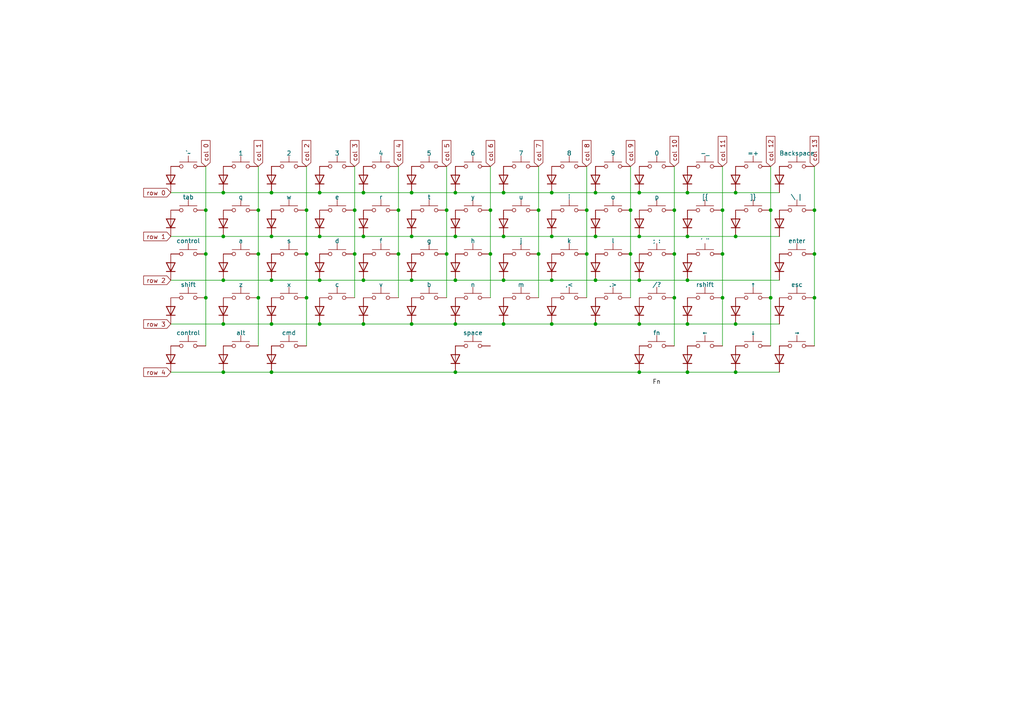
<source format=kicad_sch>
(kicad_sch (version 20230121) (generator eeschema)
  (paper "A4")
  (lib_symbols
    (symbol "Diode:1N914" (pin_numbers hide) (pin_names hide)
      (property "Reference" "D" (at 0 2.54 0))
      (property "Value" "1N914" (at 0 -2.54 0))
      (symbol "1N914_0_1"
        (polyline (pts (xy -1.27 1.27) (xy -1.27 -1.27)) (stroke (width 0.254)))
        (polyline (pts (xy 1.27 0) (xy -1.27 0)))
        (polyline (pts (xy 1.27 1.27) (xy 1.27 -1.27) (xy -1.27 0) (xy 1.27 1.27)) (stroke (width 0.254)))
      )
      (symbol "1N914_1_1"
        (pin passive line (at -3.81 0 0) (length 2.54) (name "K") (number "1"))
        (pin passive line (at 3.81 0 180) (length 2.54) (name "A") (number "2"))
      )
    )
    (symbol "Switch:SW_Push" (pin_numbers hide) (pin_names (offset 1.016) hide)
      (property "Reference" "SW" (at 1.27 2.54 0))
      (property "Value" "SW_Push" (at 0 -1.524 0))
      (symbol "SW_Push_0_1"
        (circle (center -2.032 0) (radius 0.508))
        (polyline (pts (xy 0 1.27) (xy 0 3.048)))
        (polyline (pts (xy 2.54 1.27) (xy -2.54 1.27)))
        (circle (center 2.032 0) (radius 0.508))
        (pin passive line (at -5.08 0 0) (length 2.54) (name "1") (number "1"))
        (pin passive line (at 5.08 0 180) (length 2.54) (name "2") (number "2"))
      )
    )
  )
  (junction (at 182.88 60.96))
  (junction (at 185.42 81.28))
  (junction (at 102.87 60.96))
  (junction (at 213.36 107.95))
  (junction (at 172.72 81.28))
  (junction (at 172.72 68.58))
  (junction (at 160.02 68.58))
  (junction (at 132.08 107.95))
  (junction (at 59.69 73.66))
  (junction (at 132.08 55.88))
  (junction (at 195.58 73.66))
  (junction (at 105.41 55.88))
  (junction (at 92.71 93.98))
  (junction (at 185.42 68.58))
  (junction (at 105.41 81.28))
  (junction (at 64.77 68.58))
  (junction (at 115.57 73.66))
  (junction (at 105.41 93.98))
  (junction (at 64.77 81.28))
  (junction (at 92.71 81.28))
  (junction (at 92.71 55.88))
  (junction (at 199.39 55.88))
  (junction (at 172.72 55.88))
  (junction (at 88.9 60.96))
  (junction (at 119.38 93.98))
  (junction (at 185.42 93.98))
  (junction (at 59.69 86.36))
  (junction (at 64.77 55.88))
  (junction (at 115.57 60.96))
  (junction (at 170.18 60.96))
  (junction (at 142.24 60.96))
  (junction (at 78.74 55.88))
  (junction (at 199.39 93.98))
  (junction (at 59.69 60.96))
  (junction (at 213.36 68.58))
  (junction (at 199.39 81.28))
  (junction (at 74.93 86.36))
  (junction (at 195.58 60.96))
  (junction (at 160.02 81.28))
  (junction (at 209.55 73.66))
  (junction (at 146.05 81.28))
  (junction (at 142.24 73.66))
  (junction (at 236.22 60.96))
  (junction (at 64.77 107.95))
  (junction (at 160.02 93.98))
  (junction (at 236.22 86.36))
  (junction (at 129.54 60.96))
  (junction (at 102.87 73.66))
  (junction (at 146.05 93.98))
  (junction (at 199.39 107.95))
  (junction (at 78.74 93.98))
  (junction (at 223.52 86.36))
  (junction (at 182.88 73.66))
  (junction (at 64.77 93.98))
  (junction (at 213.36 93.98))
  (junction (at 132.08 93.98))
  (junction (at 146.05 55.88))
  (junction (at 78.74 81.28))
  (junction (at 146.05 68.58))
  (junction (at 119.38 55.88))
  (junction (at 74.93 73.66))
  (junction (at 213.36 55.88))
  (junction (at 119.38 81.28))
  (junction (at 209.55 60.96))
  (junction (at 223.52 60.96))
  (junction (at 88.9 73.66))
  (junction (at 160.02 55.88))
  (junction (at 129.54 73.66))
  (junction (at 88.9 86.36))
  (junction (at 199.39 68.58))
  (junction (at 195.58 86.36))
  (junction (at 105.41 68.58))
  (junction (at 132.08 81.28))
  (junction (at 185.42 107.95))
  (junction (at 132.08 68.58))
  (junction (at 156.21 60.96))
  (junction (at 78.74 107.95))
  (junction (at 78.74 68.58))
  (junction (at 172.72 93.98))
  (junction (at 74.93 60.96))
  (junction (at 209.55 86.36))
  (junction (at 119.38 68.58))
  (junction (at 185.42 55.88))
  (junction (at 156.21 73.66))
  (junction (at 170.18 73.66))
  (junction (at 92.71 68.58))
  (junction (at 236.22 73.66))
  (wire (pts (xy 199.39 68.58) (xy 185.42 68.58)))
  (wire (pts (xy 156.21 73.66) (xy 156.21 86.36)))
  (wire (pts (xy 49.53 93.98) (xy 64.77 93.98)))
  (wire (pts (xy 59.69 60.96) (xy 59.69 73.66)))
  (wire (pts (xy 182.88 73.66) (xy 182.88 86.36)))
  (wire (pts (xy 185.42 93.98) (xy 199.39 93.98)))
  (wire (pts (xy 78.74 107.95) (xy 132.08 107.95)))
  (wire (pts (xy 88.9 60.96) (xy 88.9 48.26)))
  (wire (pts (xy 213.36 68.58) (xy 199.39 68.58)))
  (wire (pts (xy 223.52 86.36) (xy 223.52 100.33)))
  (wire (pts (xy 156.21 60.96) (xy 156.21 48.26)))
  (wire (pts (xy 236.22 60.96) (xy 236.22 48.26)))
  (wire (pts (xy 236.22 73.66) (xy 236.22 86.36)))
  (wire (pts (xy 209.55 73.66) (xy 209.55 86.36)))
  (wire (pts (xy 115.57 73.66) (xy 115.57 86.36)))
  (wire (pts (xy 146.05 81.28) (xy 132.08 81.28)))
  (wire (pts (xy 59.69 48.26) (xy 59.69 60.96)))
  (wire (pts (xy 74.93 48.26) (xy 74.93 60.96)))
  (wire (pts (xy 64.77 107.95) (xy 78.74 107.95)))
  (wire (pts (xy 213.36 107.95) (xy 199.39 107.95)))
  (wire (pts (xy 74.93 100.33) (xy 74.93 86.36)))
  (wire (pts (xy 209.55 60.96) (xy 209.55 48.26)))
  (wire (pts (xy 223.52 86.36) (xy 223.52 60.96)))
  (wire (pts (xy 78.74 81.28) (xy 64.77 81.28)))
  (wire (pts (xy 172.72 55.88) (xy 160.02 55.88)))
  (wire (pts (xy 92.71 93.98) (xy 78.74 93.98)))
  (wire (pts (xy 185.42 81.28) (xy 172.72 81.28)))
  (wire (pts (xy 195.58 86.36) (xy 195.58 100.33)))
  (wire (pts (xy 78.74 55.88) (xy 64.77 55.88)))
  (wire (pts (xy 182.88 60.96) (xy 182.88 48.26)))
  (wire (pts (xy 160.02 68.58) (xy 146.05 68.58)))
  (wire (pts (xy 199.39 107.95) (xy 185.42 107.95)))
  (wire (pts (xy 142.24 73.66) (xy 142.24 60.96)))
  (wire (pts (xy 170.18 73.66) (xy 170.18 60.96)))
  (wire (pts (xy 74.93 73.66) (xy 74.93 60.96)))
  (wire (pts (xy 195.58 73.66) (xy 195.58 60.96)))
  (wire (pts (xy 115.57 60.96) (xy 115.57 48.26)))
  (wire (pts (xy 129.54 73.66) (xy 129.54 60.96)))
  (wire (pts (xy 185.42 55.88) (xy 172.72 55.88)))
  (wire (pts (xy 236.22 73.66) (xy 236.22 60.96)))
  (wire (pts (xy 236.22 100.33) (xy 236.22 86.36)))
  (wire (pts (xy 226.06 55.88) (xy 213.36 55.88)))
  (wire (pts (xy 49.53 107.95) (xy 64.77 107.95)))
  (wire (pts (xy 102.87 73.66) (xy 102.87 86.36)))
  (wire (pts (xy 102.87 73.66) (xy 102.87 60.96)))
  (wire (pts (xy 105.41 81.28) (xy 92.71 81.28)))
  (wire (pts (xy 132.08 68.58) (xy 119.38 68.58)))
  (wire (pts (xy 92.71 68.58) (xy 78.74 68.58)))
  (wire (pts (xy 129.54 73.66) (xy 129.54 86.36)))
  (wire (pts (xy 182.88 73.66) (xy 182.88 60.96)))
  (wire (pts (xy 92.71 55.88) (xy 78.74 55.88)))
  (wire (pts (xy 88.9 73.66) (xy 88.9 60.96)))
  (wire (pts (xy 226.06 107.95) (xy 213.36 107.95)))
  (wire (pts (xy 49.53 68.58) (xy 64.77 68.58)))
  (wire (pts (xy 92.71 81.28) (xy 78.74 81.28)))
  (wire (pts (xy 209.55 73.66) (xy 209.55 60.96)))
  (wire (pts (xy 172.72 93.98) (xy 160.02 93.98)))
  (wire (pts (xy 199.39 93.98) (xy 213.36 93.98)))
  (wire (pts (xy 132.08 55.88) (xy 119.38 55.88)))
  (wire (pts (xy 146.05 93.98) (xy 132.08 93.98)))
  (wire (pts (xy 105.41 55.88) (xy 92.71 55.88)))
  (wire (pts (xy 146.05 68.58) (xy 132.08 68.58)))
  (wire (pts (xy 146.05 55.88) (xy 132.08 55.88)))
  (wire (pts (xy 199.39 55.88) (xy 185.42 55.88)))
  (wire (pts (xy 49.53 55.88) (xy 64.77 55.88)))
  (wire (pts (xy 156.21 73.66) (xy 156.21 60.96)))
  (wire (pts (xy 213.36 55.88) (xy 199.39 55.88)))
  (wire (pts (xy 160.02 93.98) (xy 146.05 93.98)))
  (wire (pts (xy 115.57 73.66) (xy 115.57 60.96)))
  (wire (pts (xy 226.06 68.58) (xy 213.36 68.58)))
  (wire (pts (xy 132.08 107.95) (xy 185.42 107.95)))
  (wire (pts (xy 78.74 68.58) (xy 64.77 68.58)))
  (wire (pts (xy 160.02 55.88) (xy 146.05 55.88)))
  (wire (pts (xy 213.36 93.98) (xy 226.06 93.98)))
  (wire (pts (xy 195.58 60.96) (xy 195.58 48.26)))
  (wire (pts (xy 185.42 68.58) (xy 172.72 68.58)))
  (wire (pts (xy 49.53 81.28) (xy 64.77 81.28)))
  (wire (pts (xy 209.55 100.33) (xy 209.55 86.36)))
  (wire (pts (xy 88.9 73.66) (xy 88.9 86.36)))
  (wire (pts (xy 129.54 60.96) (xy 129.54 48.26)))
  (wire (pts (xy 59.69 73.66) (xy 59.69 86.36)))
  (wire (pts (xy 172.72 93.98) (xy 185.42 93.98)))
  (wire (pts (xy 102.87 60.96) (xy 102.87 48.26)))
  (wire (pts (xy 119.38 68.58) (xy 105.41 68.58)))
  (wire (pts (xy 199.39 81.28) (xy 226.06 81.28)))
  (wire (pts (xy 132.08 93.98) (xy 119.38 93.98)))
  (wire (pts (xy 74.93 73.66) (xy 74.93 86.36)))
  (wire (pts (xy 170.18 73.66) (xy 170.18 86.36)))
  (wire (pts (xy 59.69 86.36) (xy 59.69 100.33)))
  (wire (pts (xy 78.74 93.98) (xy 64.77 93.98)))
  (wire (pts (xy 119.38 55.88) (xy 105.41 55.88)))
  (wire (pts (xy 105.41 68.58) (xy 92.71 68.58)))
  (wire (pts (xy 172.72 81.28) (xy 160.02 81.28)))
  (wire (pts (xy 142.24 73.66) (xy 142.24 86.36)))
  (wire (pts (xy 160.02 81.28) (xy 146.05 81.28)))
  (wire (pts (xy 119.38 81.28) (xy 105.41 81.28)))
  (wire (pts (xy 105.41 93.98) (xy 92.71 93.98)))
  (wire (pts (xy 172.72 68.58) (xy 160.02 68.58)))
  (wire (pts (xy 170.18 60.96) (xy 170.18 48.26)))
  (wire (pts (xy 119.38 93.98) (xy 105.41 93.98)))
  (wire (pts (xy 88.9 100.33) (xy 88.9 86.36)))
  (wire (pts (xy 185.42 81.28) (xy 199.39 81.28)))
  (wire (pts (xy 195.58 73.66) (xy 195.58 86.36)))
  (wire (pts (xy 132.08 81.28) (xy 119.38 81.28)))
  (wire (pts (xy 142.24 60.96) (xy 142.24 48.26)))
  (wire (pts (xy 223.52 60.96) (xy 223.52 48.26)))
  (label "Fn" (at 189.23 111.76 0))
  (global_label "row 4" (shape input) (at 49.53 107.95 180) (property "Intersheetrefs" "${INTERSHEET_REFS}" (effects hide)))
  (global_label "col 7" (shape input) (at 156.21 48.26 90) (property "Intersheetrefs" "${INTERSHEET_REFS}" (effects hide)))
  (global_label "col 3" (shape input) (at 102.87 48.26 90) (property "Intersheetrefs" "${INTERSHEET_REFS}" (effects hide)))
  (global_label "row 0" (shape input) (at 49.53 55.88 180) (property "Intersheetrefs" "${INTERSHEET_REFS}" (effects hide)))
  (global_label "col 6" (shape input) (at 142.24 48.26 90) (property "Intersheetrefs" "${INTERSHEET_REFS}" (effects hide)))
  (global_label "col 10" (shape input) (at 195.58 48.26 90) (property "Intersheetrefs" "${INTERSHEET_REFS}" (effects hide)))
  (global_label "col 11" (shape input) (at 209.55 48.26 90) (property "Intersheetrefs" "${INTERSHEET_REFS}" (effects hide)))
  (global_label "col 12" (shape input) (at 223.52 48.26 90) (property "Intersheetrefs" "${INTERSHEET_REFS}" (effects hide)))
  (global_label "row 2" (shape input) (at 49.53 81.28 180) (property "Intersheetrefs" "${INTERSHEET_REFS}" (effects hide)))
  (global_label "col 8" (shape input) (at 170.18 48.26 90) (property "Intersheetrefs" "${INTERSHEET_REFS}" (effects hide)))
  (global_label "row 3" (shape input) (at 49.53 93.98 180) (property "Intersheetrefs" "${INTERSHEET_REFS}" (effects hide)))
  (global_label "col 4" (shape input) (at 115.57 48.26 90) (property "Intersheetrefs" "${INTERSHEET_REFS}" (effects hide)))
  (global_label "col 5" (shape input) (at 129.54 48.26 90) (property "Intersheetrefs" "${INTERSHEET_REFS}" (effects hide)))
  (global_label "col 1" (shape input) (at 74.93 48.26 90) (property "Intersheetrefs" "${INTERSHEET_REFS}" (effects hide)))
  (global_label "row 1" (shape input) (at 49.53 68.58 180) (property "Intersheetrefs" "${INTERSHEET_REFS}" (effects hide)))
  (global_label "col 13" (shape input) (at 236.22 48.26 90) (property "Intersheetrefs" "${INTERSHEET_REFS}" (effects hide)))
  (global_label "col 2" (shape input) (at 88.9 48.26 90) (property "Intersheetrefs" "${INTERSHEET_REFS}" (effects hide)))
  (global_label "col 9" (shape input) (at 182.88 48.26 90) (property "Intersheetrefs" "${INTERSHEET_REFS}" (effects hide)))
  (global_label "col 0" (shape input) (at 59.69 48.26 90) (property "Intersheetrefs" "${INTERSHEET_REFS}" (effects hide)))
  (symbol (lib_id "Diode:1N914") (at 213.36 104.14 90) (unit 1)
    (property "Reference" "D70" (effects hide))
    (property "Value" "1N914" (effects hide))
    (property "Footprint" "Diode_THT:D_DO-35_SOD27_P7.62mm_Horizontal" (effects hide))
    (property "Datasheet" "http://www.vishay.com/docs/85622/1n914.pdf" (effects hide))
    (property "Sim.Device" "D" (effects hide))
    (property "Sim.Pins" "1=K 2=A" (effects hide))
  )
  (symbol (lib_id "Diode:1N914") (at 160.02 90.17 90) (unit 1)
    (property "Reference" "D52" (effects hide))
    (property "Value" "1N914" (effects hide))
    (property "Footprint" "Diode_THT:D_DO-35_SOD27_P7.62mm_Horizontal" (effects hide))
    (property "Datasheet" "http://www.vishay.com/docs/85622/1n914.pdf" (effects hide))
    (property "Sim.Device" "D" (effects hide))
    (property "Sim.Pins" "1=K 2=A" (effects hide))
  )
  (symbol (lib_id "Diode:1N914") (at 78.74 104.14 90) (unit 1)
    (property "Reference" "D60" (effects hide))
    (property "Value" "1N914" (effects hide))
    (property "Footprint" "Diode_THT:D_DO-35_SOD27_P7.62mm_Horizontal" (effects hide))
    (property "Datasheet" "http://www.vishay.com/docs/85622/1n914.pdf" (effects hide))
    (property "Sim.Device" "D" (effects hide))
    (property "Sim.Pins" "1=K 2=A" (effects hide))
  )
  (symbol (lib_id "Diode:1N914") (at 146.05 64.77 90) (unit 1)
    (property "Reference" "D23" (effects hide))
    (property "Value" "1N914" (effects hide))
    (property "Footprint" "Diode_THT:D_DO-35_SOD27_P7.62mm_Horizontal" (effects hide))
    (property "Datasheet" "http://www.vishay.com/docs/85622/1n914.pdf" (effects hide))
    (property "Sim.Device" "D" (effects hide))
    (property "Sim.Pins" "1=K 2=A" (effects hide))
  )
  (symbol (lib_id "Diode:1N914") (at 105.41 90.17 90) (unit 1)
    (property "Reference" "D48" (effects hide))
    (property "Value" "1N914" (effects hide))
    (property "Footprint" "Diode_THT:D_DO-35_SOD27_P7.62mm_Horizontal" (effects hide))
    (property "Datasheet" "http://www.vishay.com/docs/85622/1n914.pdf" (effects hide))
    (property "Sim.Device" "D" (effects hide))
    (property "Sim.Pins" "1=K 2=A" (effects hide))
  )
  (symbol (lib_id "Switch:SW_Push") (at 54.61 73.66 0) (unit 1)
    (property "Reference" "SW29" (effects hide))
    (property "Value" "control" (at 54.61 69.85 0))
  )
  (symbol (lib_id "Diode:1N914") (at 64.77 52.07 90) (unit 1)
    (property "Reference" "D3" (effects hide))
    (property "Value" "1N914" (effects hide))
    (property "Footprint" "Diode_THT:D_DO-35_SOD27_P7.62mm_Horizontal" (effects hide))
    (property "Datasheet" "http://www.vishay.com/docs/85622/1n914.pdf" (effects hide))
    (property "Sim.Device" "D" (effects hide))
    (property "Sim.Pins" "1=K 2=A" (effects hide))
  )
  (symbol (lib_id "Switch:SW_Push") (at 165.1 73.66 0) (unit 1)
    (property "Reference" "SW37" (effects hide))
    (property "Value" "k" (at 165.1 69.85 0))
  )
  (symbol (lib_id "Switch:SW_Push") (at 97.79 73.66 0) (unit 1)
    (property "Reference" "SW32" (effects hide))
    (property "Value" "d" (at 97.79 69.85 0))
  )
  (symbol (lib_id "Switch:SW_Push") (at 69.85 86.36 0) (unit 1)
    (property "Reference" "SW44" (effects hide))
    (property "Value" "z" (at 69.85 82.55 0))
  )
  (symbol (lib_id "Switch:SW_Push") (at 69.85 100.33 0) (unit 1)
    (property "Reference" "SW58" (effects hide))
    (property "Value" "alt" (at 69.85 96.52 0))
  )
  (symbol (lib_id "Diode:1N914") (at 78.74 52.07 90) (unit 1)
    (property "Reference" "D4" (effects hide))
    (property "Value" "1N914" (effects hide))
    (property "Footprint" "Diode_THT:D_DO-35_SOD27_P7.62mm_Horizontal" (effects hide))
    (property "Datasheet" "http://www.vishay.com/docs/85622/1n914.pdf" (effects hide))
    (property "Sim.Device" "D" (effects hide))
    (property "Sim.Pins" "1=K 2=A" (effects hide))
  )
  (symbol (lib_id "Switch:SW_Push") (at 190.5 48.26 0) (unit 1)
    (property "Reference" "SW11" (effects hide))
    (property "Value" "0" (at 190.5 44.45 0))
  )
  (symbol (lib_id "Diode:1N914") (at 105.41 64.77 90) (unit 1)
    (property "Reference" "D20" (effects hide))
    (property "Value" "1N914" (effects hide))
    (property "Footprint" "Diode_THT:D_DO-35_SOD27_P7.62mm_Horizontal" (effects hide))
    (property "Datasheet" "http://www.vishay.com/docs/85622/1n914.pdf" (effects hide))
    (property "Sim.Device" "D" (effects hide))
    (property "Sim.Pins" "1=K 2=A" (effects hide))
  )
  (symbol (lib_id "Diode:1N914") (at 92.71 90.17 90) (unit 1)
    (property "Reference" "D47" (effects hide))
    (property "Value" "1N914" (effects hide))
    (property "Footprint" "Diode_THT:D_DO-35_SOD27_P7.62mm_Horizontal" (effects hide))
    (property "Datasheet" "http://www.vishay.com/docs/85622/1n914.pdf" (effects hide))
    (property "Sim.Device" "D" (effects hide))
    (property "Sim.Pins" "1=K 2=A" (effects hide))
  )
  (symbol (lib_id "Diode:1N914") (at 64.77 90.17 90) (unit 1)
    (property "Reference" "D45" (effects hide))
    (property "Value" "1N914" (effects hide))
    (property "Footprint" "Diode_THT:D_DO-35_SOD27_P7.62mm_Horizontal" (effects hide))
    (property "Datasheet" "http://www.vishay.com/docs/85622/1n914.pdf" (effects hide))
    (property "Sim.Device" "D" (effects hide))
    (property "Sim.Pins" "1=K 2=A" (effects hide))
  )
  (symbol (lib_id "Switch:SW_Push") (at 97.79 48.26 0) (unit 1)
    (property "Reference" "SW4" (effects hide))
    (property "Value" "3" (at 97.79 44.45 0))
  )
  (symbol (lib_id "Switch:SW_Push") (at 190.5 86.36 0) (unit 1)
    (property "Reference" "SW53" (effects hide))
    (property "Value" "/?" (at 190.5 82.55 0))
  )
  (symbol (lib_id "Switch:SW_Push") (at 124.46 73.66 0) (unit 1)
    (property "Reference" "SW34" (effects hide))
    (property "Value" "g" (at 124.46 69.85 0))
  )
  (symbol (lib_id "Switch:SW_Push") (at 165.1 86.36 0) (unit 1)
    (property "Reference" "SW51" (effects hide))
    (property "Value" ",<" (at 165.1 82.55 0))
  )
  (symbol (lib_id "Switch:SW_Push") (at 151.13 73.66 0) (unit 1)
    (property "Reference" "SW36" (effects hide))
    (property "Value" "j" (at 151.13 69.85 0))
  )
  (symbol (lib_id "Switch:SW_Push") (at 110.49 86.36 0) (unit 1)
    (property "Reference" "SW47" (effects hide))
    (property "Value" "v" (at 110.49 82.55 0))
  )
  (symbol (lib_id "Diode:1N914") (at 49.53 64.77 90) (unit 1)
    (property "Reference" "D16" (effects hide))
    (property "Value" "1N914" (effects hide))
    (property "Footprint" "Diode_THT:D_DO-35_SOD27_P7.62mm_Horizontal" (effects hide))
    (property "Datasheet" "http://www.vishay.com/docs/85622/1n914.pdf" (effects hide))
    (property "Sim.Device" "D" (effects hide))
    (property "Sim.Pins" "1=K 2=A" (effects hide))
  )
  (symbol (lib_id "Switch:SW_Push") (at 204.47 60.96 0) (unit 1)
    (property "Reference" "SW26" (effects hide))
    (property "Value" "[{" (at 204.47 57.15 0))
  )
  (symbol (lib_id "Switch:SW_Push") (at 69.85 73.66 0) (unit 1)
    (property "Reference" "SW30" (effects hide))
    (property "Value" "a" (at 69.85 69.85 0))
  )
  (symbol (lib_id "Diode:1N914") (at 49.53 52.07 90) (unit 1)
    (property "Reference" "D2" (effects hide))
    (property "Value" "1N914" (effects hide))
    (property "Footprint" "Diode_THT:D_DO-35_SOD27_P7.62mm_Horizontal" (effects hide))
    (property "Datasheet" "http://www.vishay.com/docs/85622/1n914.pdf" (effects hide))
    (property "Sim.Device" "D" (effects hide))
    (property "Sim.Pins" "1=K 2=A" (effects hide))
  )
  (symbol (lib_id "Switch:SW_Push") (at 124.46 60.96 0) (unit 1)
    (property "Reference" "SW20" (effects hide))
    (property "Value" "t" (at 124.46 57.15 0))
  )
  (symbol (lib_id "Switch:SW_Push") (at 151.13 86.36 0) (unit 1)
    (property "Reference" "SW50" (effects hide))
    (property "Value" "m" (at 151.13 82.55 0))
  )
  (symbol (lib_id "Diode:1N914") (at 160.02 64.77 90) (unit 1)
    (property "Reference" "D24" (effects hide))
    (property "Value" "1N914" (effects hide))
    (property "Footprint" "Diode_THT:D_DO-35_SOD27_P7.62mm_Horizontal" (effects hide))
    (property "Datasheet" "http://www.vishay.com/docs/85622/1n914.pdf" (effects hide))
    (property "Sim.Device" "D" (effects hide))
    (property "Sim.Pins" "1=K 2=A" (effects hide))
  )
  (symbol (lib_id "Diode:1N914") (at 199.39 77.47 90) (unit 1)
    (property "Reference" "D42" (effects hide))
    (property "Value" "1N914" (effects hide))
    (property "Footprint" "Diode_THT:D_DO-35_SOD27_P7.62mm_Horizontal" (effects hide))
    (property "Datasheet" "http://www.vishay.com/docs/85622/1n914.pdf" (effects hide))
    (property "Sim.Device" "D" (effects hide))
    (property "Sim.Pins" "1=K 2=A" (effects hide))
  )
  (symbol (lib_id "Diode:1N914") (at 49.53 104.14 90) (unit 1)
    (property "Reference" "D58" (effects hide))
    (property "Value" "1N914" (effects hide))
    (property "Footprint" "Diode_THT:D_DO-35_SOD27_P7.62mm_Horizontal" (effects hide))
    (property "Datasheet" "http://www.vishay.com/docs/85622/1n914.pdf" (effects hide))
    (property "Sim.Device" "D" (effects hide))
    (property "Sim.Pins" "1=K 2=A" (effects hide))
  )
  (symbol (lib_id "Switch:SW_Push") (at 177.8 86.36 0) (unit 1)
    (property "Reference" "SW52" (effects hide))
    (property "Value" ".>" (at 177.8 82.55 0))
  )
  (symbol (lib_id "Diode:1N914") (at 213.36 52.07 90) (unit 1)
    (property "Reference" "D14" (effects hide))
    (property "Value" "1N914" (effects hide))
    (property "Footprint" "Diode_THT:D_DO-35_SOD27_P7.62mm_Horizontal" (effects hide))
    (property "Datasheet" "http://www.vishay.com/docs/85622/1n914.pdf" (effects hide))
    (property "Sim.Device" "D" (effects hide))
    (property "Sim.Pins" "1=K 2=A" (effects hide))
  )
  (symbol (lib_id "Diode:1N914") (at 226.06 52.07 90) (unit 1)
    (property "Reference" "D15" (effects hide))
    (property "Value" "1N914" (effects hide))
    (property "Footprint" "Diode_THT:D_DO-35_SOD27_P7.62mm_Horizontal" (effects hide))
    (property "Datasheet" "http://www.vishay.com/docs/85622/1n914.pdf" (effects hide))
    (property "Sim.Device" "D" (effects hide))
    (property "Sim.Pins" "1=K 2=A" (effects hide))
  )
  (symbol (lib_id "Switch:SW_Push") (at 231.14 86.36 0) (unit 1)
    (property "Reference" "SW40" (effects hide))
    (property "Value" "esc" (at 231.14 82.55 0))
  )
  (symbol (lib_id "Diode:1N914") (at 226.06 77.47 90) (unit 1)
    (property "Reference" "D43" (effects hide))
    (property "Value" "1N914" (effects hide))
    (property "Footprint" "Diode_THT:D_DO-35_SOD27_P7.62mm_Horizontal" (effects hide))
    (property "Datasheet" "http://www.vishay.com/docs/85622/1n914.pdf" (effects hide))
    (property "Sim.Device" "D" (effects hide))
    (property "Sim.Pins" "1=K 2=A" (effects hide))
  )
  (symbol (lib_id "Diode:1N914") (at 132.08 64.77 90) (unit 1)
    (property "Reference" "D22" (effects hide))
    (property "Value" "1N914" (effects hide))
    (property "Footprint" "Diode_THT:D_DO-35_SOD27_P7.62mm_Horizontal" (effects hide))
    (property "Datasheet" "http://www.vishay.com/docs/85622/1n914.pdf" (effects hide))
    (property "Sim.Device" "D" (effects hide))
    (property "Sim.Pins" "1=K 2=A" (effects hide))
  )
  (symbol (lib_id "Switch:SW_Push") (at 110.49 60.96 0) (unit 1)
    (property "Reference" "SW19" (effects hide))
    (property "Value" "r" (at 110.49 57.15 0))
  )
  (symbol (lib_id "Diode:1N914") (at 49.53 77.47 90) (unit 1)
    (property "Reference" "D30" (effects hide))
    (property "Value" "1N914" (effects hide))
    (property "Footprint" "Diode_THT:D_DO-35_SOD27_P7.62mm_Horizontal" (effects hide))
    (property "Datasheet" "http://www.vishay.com/docs/85622/1n914.pdf" (effects hide))
    (property "Sim.Device" "D" (effects hide))
    (property "Sim.Pins" "1=K 2=A" (effects hide))
  )
  (symbol (lib_id "Switch:SW_Push") (at 231.14 100.33 0) (unit 1)
    (property "Reference" "SW70" (effects hide))
    (property "Value" "→" (at 231.14 96.52 0))
  )
  (symbol (lib_id "Diode:1N914") (at 64.77 64.77 90) (unit 1)
    (property "Reference" "D17" (effects hide))
    (property "Value" "1N914" (effects hide))
    (property "Footprint" "Diode_THT:D_DO-35_SOD27_P7.62mm_Horizontal" (effects hide))
    (property "Datasheet" "http://www.vishay.com/docs/85622/1n914.pdf" (effects hide))
    (property "Sim.Device" "D" (effects hide))
    (property "Sim.Pins" "1=K 2=A" (effects hide))
  )
  (symbol (lib_id "Diode:1N914") (at 78.74 77.47 90) (unit 1)
    (property "Reference" "D32" (effects hide))
    (property "Value" "1N914" (effects hide))
    (property "Footprint" "Diode_THT:D_DO-35_SOD27_P7.62mm_Horizontal" (effects hide))
    (property "Datasheet" "http://www.vishay.com/docs/85622/1n914.pdf" (effects hide))
    (property "Sim.Device" "D" (effects hide))
    (property "Sim.Pins" "1=K 2=A" (effects hide))
  )
  (symbol (lib_id "Switch:SW_Push") (at 97.79 86.36 0) (unit 1)
    (property "Reference" "SW46" (effects hide))
    (property "Value" "c" (at 97.79 82.55 0))
  )
  (symbol (lib_id "Switch:SW_Push") (at 177.8 60.96 0) (unit 1)
    (property "Reference" "SW24" (effects hide))
    (property "Value" "o" (at 177.8 57.15 0))
  )
  (symbol (lib_id "Diode:1N914") (at 105.41 77.47 90) (unit 1)
    (property "Reference" "D34" (effects hide))
    (property "Value" "1N914" (effects hide))
    (property "Footprint" "Diode_THT:D_DO-35_SOD27_P7.62mm_Horizontal" (effects hide))
    (property "Datasheet" "http://www.vishay.com/docs/85622/1n914.pdf" (effects hide))
    (property "Sim.Device" "D" (effects hide))
    (property "Sim.Pins" "1=K 2=A" (effects hide))
  )
  (symbol (lib_id "Diode:1N914") (at 213.36 64.77 90) (unit 1)
    (property "Reference" "D28" (effects hide))
    (property "Value" "1N914" (effects hide))
    (property "Footprint" "Diode_THT:D_DO-35_SOD27_P7.62mm_Horizontal" (effects hide))
    (property "Datasheet" "http://www.vishay.com/docs/85622/1n914.pdf" (effects hide))
    (property "Sim.Device" "D" (effects hide))
    (property "Sim.Pins" "1=K 2=A" (effects hide))
  )
  (symbol (lib_id "Switch:SW_Push") (at 190.5 60.96 0) (unit 1)
    (property "Reference" "SW25" (effects hide))
    (property "Value" "p" (at 190.5 57.15 0))
  )
  (symbol (lib_id "Diode:1N914") (at 119.38 52.07 90) (unit 1)
    (property "Reference" "D7" (effects hide))
    (property "Value" "1N914" (effects hide))
    (property "Footprint" "Diode_THT:D_DO-35_SOD27_P7.62mm_Horizontal" (effects hide))
    (property "Datasheet" "http://www.vishay.com/docs/85622/1n914.pdf" (effects hide))
    (property "Sim.Device" "D" (effects hide))
    (property "Sim.Pins" "1=K 2=A" (effects hide))
  )
  (symbol (lib_id "Diode:1N914") (at 185.42 104.14 90) (unit 1)
    (property "Reference" "D68" (effects hide))
    (property "Value" "1N914" (effects hide))
    (property "Footprint" "Diode_THT:D_DO-35_SOD27_P7.62mm_Horizontal" (effects hide))
    (property "Datasheet" "http://www.vishay.com/docs/85622/1n914.pdf" (effects hide))
    (property "Sim.Device" "D" (effects hide))
    (property "Sim.Pins" "1=K 2=A" (effects hide))
  )
  (symbol (lib_id "Diode:1N914") (at 226.06 64.77 90) (unit 1)
    (property "Reference" "D29" (effects hide))
    (property "Value" "1N914" (effects hide))
    (property "Footprint" "Diode_THT:D_DO-35_SOD27_P7.62mm_Horizontal" (effects hide))
    (property "Datasheet" "http://www.vishay.com/docs/85622/1n914.pdf" (effects hide))
    (property "Sim.Device" "D" (effects hide))
    (property "Sim.Pins" "1=K 2=A" (effects hide))
  )
  (symbol (lib_id "Switch:SW_Push") (at 231.14 60.96 0) (unit 1)
    (property "Reference" "SW28" (effects hide))
    (property "Value" "\\ |" (at 231.14 57.15 0))
  )
  (symbol (lib_id "Diode:1N914") (at 185.42 52.07 90) (unit 1)
    (property "Reference" "D12" (effects hide))
    (property "Value" "1N914" (effects hide))
    (property "Footprint" "Diode_THT:D_DO-35_SOD27_P7.62mm_Horizontal" (effects hide))
    (property "Datasheet" "http://www.vishay.com/docs/85622/1n914.pdf" (effects hide))
    (property "Sim.Device" "D" (effects hide))
    (property "Sim.Pins" "1=K 2=A" (effects hide))
  )
  (symbol (lib_id "Switch:SW_Push") (at 190.5 73.66 0) (unit 1)
    (property "Reference" "SW39" (effects hide))
    (property "Value" "; :" (at 190.5 69.85 0))
  )
  (symbol (lib_id "Switch:SW_Push") (at 165.1 60.96 0) (unit 1)
    (property "Reference" "SW23" (effects hide))
    (property "Value" "i" (at 165.1 57.15 0))
  )
  (symbol (lib_id "Switch:SW_Push") (at 54.61 48.26 0) (unit 1)
    (property "Reference" "SW1" (effects hide))
    (property "Value" "`~" (at 54.61 44.45 0))
  )
  (symbol (lib_id "Switch:SW_Push") (at 137.16 60.96 0) (unit 1)
    (property "Reference" "SW21" (effects hide))
    (property "Value" "y" (at 137.16 57.15 0))
  )
  (symbol (lib_id "Switch:SW_Push") (at 231.14 48.26 0) (unit 1)
    (property "Reference" "SW14" (effects hide))
    (property "Value" "Backspace" (at 231.14 44.45 0))
  )
  (symbol (lib_id "Diode:1N914") (at 78.74 64.77 90) (unit 1)
    (property "Reference" "D18" (effects hide))
    (property "Value" "1N914" (effects hide))
    (property "Footprint" "Diode_THT:D_DO-35_SOD27_P7.62mm_Horizontal" (effects hide))
    (property "Datasheet" "http://www.vishay.com/docs/85622/1n914.pdf" (effects hide))
    (property "Sim.Device" "D" (effects hide))
    (property "Sim.Pins" "1=K 2=A" (effects hide))
  )
  (symbol (lib_id "Switch:SW_Push") (at 151.13 60.96 0) (unit 1)
    (property "Reference" "SW22" (effects hide))
    (property "Value" "u" (at 151.13 57.15 0))
  )
  (symbol (lib_id "Diode:1N914") (at 146.05 52.07 90) (unit 1)
    (property "Reference" "D9" (effects hide))
    (property "Value" "1N914" (effects hide))
    (property "Footprint" "Diode_THT:D_DO-35_SOD27_P7.62mm_Horizontal" (effects hide))
    (property "Datasheet" "http://www.vishay.com/docs/85622/1n914.pdf" (effects hide))
    (property "Sim.Device" "D" (effects hide))
    (property "Sim.Pins" "1=K 2=A" (effects hide))
  )
  (symbol (lib_id "Switch:SW_Push") (at 218.44 48.26 0) (unit 1)
    (property "Reference" "SW13" (effects hide))
    (property "Value" "=+" (at 218.44 44.45 0))
  )
  (symbol (lib_id "Diode:1N914") (at 185.42 77.47 90) (unit 1)
    (property "Reference" "D40" (effects hide))
    (property "Value" "1N914" (effects hide))
    (property "Footprint" "Diode_THT:D_DO-35_SOD27_P7.62mm_Horizontal" (effects hide))
    (property "Datasheet" "http://www.vishay.com/docs/85622/1n914.pdf" (effects hide))
    (property "Sim.Device" "D" (effects hide))
    (property "Sim.Pins" "1=K 2=A" (effects hide))
  )
  (symbol (lib_id "Diode:1N914") (at 92.71 77.47 90) (unit 1)
    (property "Reference" "D33" (effects hide))
    (property "Value" "1N914" (effects hide))
    (property "Footprint" "Diode_THT:D_DO-35_SOD27_P7.62mm_Horizontal" (effects hide))
    (property "Datasheet" "http://www.vishay.com/docs/85622/1n914.pdf" (effects hide))
    (property "Sim.Device" "D" (effects hide))
    (property "Sim.Pins" "1=K 2=A" (effects hide))
  )
  (symbol (lib_id "Switch:SW_Push") (at 54.61 60.96 0) (unit 1)
    (property "Reference" "SW15" (effects hide))
    (property "Value" "tab" (at 54.61 57.15 0))
  )
  (symbol (lib_id "Diode:1N914") (at 78.74 90.17 90) (unit 1)
    (property "Reference" "D46" (effects hide))
    (property "Value" "1N914" (effects hide))
    (property "Footprint" "Diode_THT:D_DO-35_SOD27_P7.62mm_Horizontal" (effects hide))
    (property "Datasheet" "http://www.vishay.com/docs/85622/1n914.pdf" (effects hide))
    (property "Sim.Device" "D" (effects hide))
    (property "Sim.Pins" "1=K 2=A" (effects hide))
  )
  (symbol (lib_id "Diode:1N914") (at 199.39 52.07 90) (unit 1)
    (property "Reference" "D13" (effects hide))
    (property "Value" "1N914" (effects hide))
    (property "Footprint" "Diode_THT:D_DO-35_SOD27_P7.62mm_Horizontal" (effects hide))
    (property "Datasheet" "http://www.vishay.com/docs/85622/1n914.pdf" (effects hide))
    (property "Sim.Device" "D" (effects hide))
    (property "Sim.Pins" "1=K 2=A" (effects hide))
  )
  (symbol (lib_id "Diode:1N914") (at 160.02 52.07 90) (unit 1)
    (property "Reference" "D10" (effects hide))
    (property "Value" "1N914" (effects hide))
    (property "Footprint" "Diode_THT:D_DO-35_SOD27_P7.62mm_Horizontal" (effects hide))
    (property "Datasheet" "http://www.vishay.com/docs/85622/1n914.pdf" (effects hide))
    (property "Sim.Device" "D" (effects hide))
    (property "Sim.Pins" "1=K 2=A" (effects hide))
  )
  (symbol (lib_id "Switch:SW_Push") (at 83.82 86.36 0) (unit 1)
    (property "Reference" "SW45" (effects hide))
    (property "Value" "x" (at 83.82 82.55 0))
  )
  (symbol (lib_id "Diode:1N914") (at 146.05 90.17 90) (unit 1)
    (property "Reference" "D51" (effects hide))
    (property "Value" "1N914" (effects hide))
    (property "Footprint" "Diode_THT:D_DO-35_SOD27_P7.62mm_Horizontal" (effects hide))
    (property "Datasheet" "http://www.vishay.com/docs/85622/1n914.pdf" (effects hide))
    (property "Sim.Device" "D" (effects hide))
    (property "Sim.Pins" "1=K 2=A" (effects hide))
  )
  (symbol (lib_id "Diode:1N914") (at 185.42 90.17 90) (unit 1)
    (property "Reference" "D54" (effects hide))
    (property "Value" "1N914" (effects hide))
    (property "Footprint" "Diode_THT:D_DO-35_SOD27_P7.62mm_Horizontal" (effects hide))
    (property "Datasheet" "http://www.vishay.com/docs/85622/1n914.pdf" (effects hide))
    (property "Sim.Device" "D" (effects hide))
    (property "Sim.Pins" "1=K 2=A" (effects hide))
  )
  (symbol (lib_id "Switch:SW_Push") (at 204.47 100.33 0) (unit 1)
    (property "Reference" "SW68" (effects hide))
    (property "Value" "←" (at 204.47 96.52 0))
  )
  (symbol (lib_id "Diode:1N914") (at 226.06 104.14 90) (unit 1)
    (property "Reference" "D71" (effects hide))
    (property "Value" "1N914" (effects hide))
    (property "Footprint" "Diode_THT:D_DO-35_SOD27_P7.62mm_Horizontal" (effects hide))
    (property "Datasheet" "http://www.vishay.com/docs/85622/1n914.pdf" (effects hide))
    (property "Sim.Device" "D" (effects hide))
    (property "Sim.Pins" "1=K 2=A" (effects hide))
  )
  (symbol (lib_id "Diode:1N914") (at 132.08 104.14 90) (unit 1)
    (property "Reference" "D64" (effects hide))
    (property "Value" "1N914" (effects hide))
    (property "Footprint" "Diode_THT:D_DO-35_SOD27_P7.62mm_Horizontal" (effects hide))
    (property "Datasheet" "http://www.vishay.com/docs/85622/1n914.pdf" (effects hide))
    (property "Sim.Device" "D" (effects hide))
    (property "Sim.Pins" "1=K 2=A" (effects hide))
  )
  (symbol (lib_id "Switch:SW_Push") (at 83.82 60.96 0) (unit 1)
    (property "Reference" "SW17" (effects hide))
    (property "Value" "w" (at 83.82 57.15 0))
  )
  (symbol (lib_id "Diode:1N914") (at 172.72 64.77 90) (unit 1)
    (property "Reference" "D25" (effects hide))
    (property "Value" "1N914" (effects hide))
    (property "Footprint" "Diode_THT:D_DO-35_SOD27_P7.62mm_Horizontal" (effects hide))
    (property "Datasheet" "http://www.vishay.com/docs/85622/1n914.pdf" (effects hide))
    (property "Sim.Device" "D" (effects hide))
    (property "Sim.Pins" "1=K 2=A" (effects hide))
  )
  (symbol (lib_id "Switch:SW_Push") (at 83.82 48.26 0) (unit 1)
    (property "Reference" "SW3" (effects hide))
    (property "Value" "2" (at 83.82 44.45 0))
  )
  (symbol (lib_id "Diode:1N914") (at 92.71 64.77 90) (unit 1)
    (property "Reference" "D19" (effects hide))
    (property "Value" "1N914" (effects hide))
    (property "Footprint" "Diode_THT:D_DO-35_SOD27_P7.62mm_Horizontal" (effects hide))
    (property "Datasheet" "http://www.vishay.com/docs/85622/1n914.pdf" (effects hide))
    (property "Sim.Device" "D" (effects hide))
    (property "Sim.Pins" "1=K 2=A" (effects hide))
  )
  (symbol (lib_id "Diode:1N914") (at 185.42 64.77 90) (unit 1)
    (property "Reference" "D26" (effects hide))
    (property "Value" "1N914" (effects hide))
    (property "Footprint" "Diode_THT:D_DO-35_SOD27_P7.62mm_Horizontal" (effects hide))
    (property "Datasheet" "http://www.vishay.com/docs/85622/1n914.pdf" (effects hide))
    (property "Sim.Device" "D" (effects hide))
    (property "Sim.Pins" "1=K 2=A" (effects hide))
  )
  (symbol (lib_id "Diode:1N914") (at 146.05 77.47 90) (unit 1)
    (property "Reference" "D37" (effects hide))
    (property "Value" "1N914" (effects hide))
    (property "Footprint" "Diode_THT:D_DO-35_SOD27_P7.62mm_Horizontal" (effects hide))
    (property "Datasheet" "http://www.vishay.com/docs/85622/1n914.pdf" (effects hide))
    (property "Sim.Device" "D" (effects hide))
    (property "Sim.Pins" "1=K 2=A" (effects hide))
  )
  (symbol (lib_id "Diode:1N914") (at 132.08 52.07 90) (unit 1)
    (property "Reference" "D8" (effects hide))
    (property "Value" "1N914" (effects hide))
    (property "Footprint" "Diode_THT:D_DO-35_SOD27_P7.62mm_Horizontal" (effects hide))
    (property "Datasheet" "http://www.vishay.com/docs/85622/1n914.pdf" (effects hide))
    (property "Sim.Device" "D" (effects hide))
    (property "Sim.Pins" "1=K 2=A" (effects hide))
  )
  (symbol (lib_id "Switch:SW_Push") (at 218.44 60.96 0) (unit 1)
    (property "Reference" "SW27" (effects hide))
    (property "Value" "]}" (at 218.44 57.15 0))
  )
  (symbol (lib_id "Switch:SW_Push") (at 177.8 73.66 0) (unit 1)
    (property "Reference" "SW38" (effects hide))
    (property "Value" "l" (at 177.8 69.85 0))
  )
  (symbol (lib_id "Diode:1N914") (at 199.39 90.17 90) (unit 1)
    (property "Reference" "D55" (effects hide))
    (property "Value" "1N914" (effects hide))
    (property "Footprint" "Diode_THT:D_DO-35_SOD27_P7.62mm_Horizontal" (effects hide))
    (property "Datasheet" "http://www.vishay.com/docs/85622/1n914.pdf" (effects hide))
    (property "Sim.Device" "D" (effects hide))
    (property "Sim.Pins" "1=K 2=A" (effects hide))
  )
  (symbol (lib_id "Diode:1N914") (at 132.08 77.47 90) (unit 1)
    (property "Reference" "D36" (effects hide))
    (property "Value" "1N914" (effects hide))
    (property "Footprint" "Diode_THT:D_DO-35_SOD27_P7.62mm_Horizontal" (effects hide))
    (property "Datasheet" "http://www.vishay.com/docs/85622/1n914.pdf" (effects hide))
    (property "Sim.Device" "D" (effects hide))
    (property "Sim.Pins" "1=K 2=A" (effects hide))
  )
  (symbol (lib_id "Diode:1N914") (at 172.72 77.47 90) (unit 1)
    (property "Reference" "D39" (effects hide))
    (property "Value" "1N914" (effects hide))
    (property "Footprint" "Diode_THT:D_DO-35_SOD27_P7.62mm_Horizontal" (effects hide))
    (property "Datasheet" "http://www.vishay.com/docs/85622/1n914.pdf" (effects hide))
    (property "Sim.Device" "D" (effects hide))
    (property "Sim.Pins" "1=K 2=A" (effects hide))
  )
  (symbol (lib_id "Diode:1N914") (at 105.41 52.07 90) (unit 1)
    (property "Reference" "D6" (effects hide))
    (property "Value" "1N914" (effects hide))
    (property "Footprint" "Diode_THT:D_DO-35_SOD27_P7.62mm_Horizontal" (effects hide))
    (property "Datasheet" "http://www.vishay.com/docs/85622/1n914.pdf" (effects hide))
    (property "Sim.Device" "D" (effects hide))
    (property "Sim.Pins" "1=K 2=A" (effects hide))
  )
  (symbol (lib_id "Switch:SW_Push") (at 54.61 100.33 0) (unit 1)
    (property "Reference" "SW57" (effects hide))
    (property "Value" "control" (at 54.61 96.52 0))
  )
  (symbol (lib_id "Switch:SW_Push") (at 83.82 73.66 0) (unit 1)
    (property "Reference" "SW31" (effects hide))
    (property "Value" "s" (at 83.82 69.85 0))
  )
  (symbol (lib_id "Diode:1N914") (at 199.39 104.14 90) (unit 1)
    (property "Reference" "D69" (effects hide))
    (property "Value" "1N914" (effects hide))
    (property "Footprint" "Diode_THT:D_DO-35_SOD27_P7.62mm_Horizontal" (effects hide))
    (property "Datasheet" "http://www.vishay.com/docs/85622/1n914.pdf" (effects hide))
    (property "Sim.Device" "D" (effects hide))
    (property "Sim.Pins" "1=K 2=A" (effects hide))
  )
  (symbol (lib_id "Switch:SW_Push") (at 137.16 100.33 0) (unit 1)
    (property "Reference" "SW63" (effects hide))
    (property "Value" "space" (at 137.16 96.52 0))
  )
  (symbol (lib_id "Switch:SW_Push") (at 204.47 48.26 0) (unit 1)
    (property "Reference" "SW12" (effects hide))
    (property "Value" "-_" (at 204.47 44.45 0))
  )
  (symbol (lib_id "Diode:1N914") (at 49.53 90.17 90) (unit 1)
    (property "Reference" "D44" (effects hide))
    (property "Value" "1N914" (effects hide))
    (property "Footprint" "Diode_THT:D_DO-35_SOD27_P7.62mm_Horizontal" (effects hide))
    (property "Datasheet" "http://www.vishay.com/docs/85622/1n914.pdf" (effects hide))
    (property "Sim.Device" "D" (effects hide))
    (property "Sim.Pins" "1=K 2=A" (effects hide))
  )
  (symbol (lib_id "Switch:SW_Push") (at 110.49 73.66 0) (unit 1)
    (property "Reference" "SW33" (effects hide))
    (property "Value" "f" (at 110.49 69.85 0))
  )
  (symbol (lib_id "Switch:SW_Push") (at 110.49 48.26 0) (unit 1)
    (property "Reference" "SW5" (effects hide))
    (property "Value" "4" (at 110.49 44.45 0))
  )
  (symbol (lib_id "Diode:1N914") (at 199.39 64.77 90) (unit 1)
    (property "Reference" "D27" (effects hide))
    (property "Value" "1N914" (effects hide))
    (property "Footprint" "Diode_THT:D_DO-35_SOD27_P7.62mm_Horizontal" (effects hide))
    (property "Datasheet" "http://www.vishay.com/docs/85622/1n914.pdf" (effects hide))
    (property "Sim.Device" "D" (effects hide))
    (property "Sim.Pins" "1=K 2=A" (effects hide))
  )
  (symbol (lib_id "Switch:SW_Push") (at 137.16 73.66 0) (unit 1)
    (property "Reference" "SW35" (effects hide))
    (property "Value" "h" (at 137.16 69.85 0))
  )
  (symbol (lib_id "Switch:SW_Push") (at 137.16 48.26 0) (unit 1)
    (property "Reference" "SW7" (effects hide))
    (property "Value" "6" (at 137.16 44.45 0))
  )
  (symbol (lib_id "Diode:1N914") (at 160.02 77.47 90) (unit 1)
    (property "Reference" "D38" (effects hide))
    (property "Value" "1N914" (effects hide))
    (property "Footprint" "Diode_THT:D_DO-35_SOD27_P7.62mm_Horizontal" (effects hide))
    (property "Datasheet" "http://www.vishay.com/docs/85622/1n914.pdf" (effects hide))
    (property "Sim.Device" "D" (effects hide))
    (property "Sim.Pins" "1=K 2=A" (effects hide))
  )
  (symbol (lib_id "Switch:SW_Push") (at 124.46 48.26 0) (unit 1)
    (property "Reference" "SW6" (effects hide))
    (property "Value" "5" (at 124.46 44.45 0))
  )
  (symbol (lib_id "Diode:1N914") (at 213.36 90.17 90) (unit 1)
    (property "Reference" "D56" (effects hide))
    (property "Value" "1N914" (effects hide))
    (property "Footprint" "Diode_THT:D_DO-35_SOD27_P7.62mm_Horizontal" (effects hide))
    (property "Datasheet" "http://www.vishay.com/docs/85622/1n914.pdf" (effects hide))
    (property "Sim.Device" "D" (effects hide))
    (property "Sim.Pins" "1=K 2=A" (effects hide))
  )
  (symbol (lib_id "Diode:1N914") (at 92.71 52.07 90) (unit 1)
    (property "Reference" "D5" (effects hide))
    (property "Value" "1N914" (effects hide))
    (property "Footprint" "Diode_THT:D_DO-35_SOD27_P7.62mm_Horizontal" (effects hide))
    (property "Datasheet" "http://www.vishay.com/docs/85622/1n914.pdf" (effects hide))
    (property "Sim.Device" "D" (effects hide))
    (property "Sim.Pins" "1=K 2=A" (effects hide))
  )
  (symbol (lib_id "Switch:SW_Push") (at 54.61 86.36 0) (unit 1)
    (property "Reference" "SW43" (effects hide))
    (property "Value" "shift" (at 54.61 82.55 0))
  )
  (symbol (lib_id "Diode:1N914") (at 64.77 104.14 90) (unit 1)
    (property "Reference" "D59" (effects hide))
    (property "Value" "1N914" (effects hide))
    (property "Footprint" "Diode_THT:D_DO-35_SOD27_P7.62mm_Horizontal" (effects hide))
    (property "Datasheet" "http://www.vishay.com/docs/85622/1n914.pdf" (effects hide))
    (property "Sim.Device" "D" (effects hide))
    (property "Sim.Pins" "1=K 2=A" (effects hide))
  )
  (symbol (lib_id "Switch:SW_Push") (at 177.8 48.26 0) (unit 1)
    (property "Reference" "SW10" (effects hide))
    (property "Value" "9" (at 177.8 44.45 0))
  )
  (symbol (lib_id "Switch:SW_Push") (at 204.47 73.66 0) (unit 1)
    (property "Reference" "SW41" (effects hide))
    (property "Value" "' \"" (at 204.47 69.85 0))
  )
  (symbol (lib_id "Switch:SW_Push") (at 204.47 86.36 0) (unit 1)
    (property "Reference" "SW54" (effects hide))
    (property "Value" "rshift" (at 204.47 82.55 0))
  )
  (symbol (lib_id "Switch:SW_Push") (at 97.79 60.96 0) (unit 1)
    (property "Reference" "SW18" (effects hide))
    (property "Value" "e" (at 97.79 57.15 0))
  )
  (symbol (lib_id "Switch:SW_Push") (at 69.85 60.96 0) (unit 1)
    (property "Reference" "SW16" (effects hide))
    (property "Value" "q" (at 69.85 57.15 0))
  )
  (symbol (lib_id "Diode:1N914") (at 132.08 90.17 90) (unit 1)
    (property "Reference" "D50" (effects hide))
    (property "Value" "1N914" (effects hide))
    (property "Footprint" "Diode_THT:D_DO-35_SOD27_P7.62mm_Horizontal" (effects hide))
    (property "Datasheet" "http://www.vishay.com/docs/85622/1n914.pdf" (effects hide))
    (property "Sim.Device" "D" (effects hide))
    (property "Sim.Pins" "1=K 2=A" (effects hide))
  )
  (symbol (lib_id "Switch:SW_Push") (at 218.44 86.36 0) (unit 1)
    (property "Reference" "SW55" (effects hide))
    (property "Value" "↑" (at 218.44 82.55 0))
  )
  (symbol (lib_id "Switch:SW_Push") (at 218.44 100.33 0) (unit 1)
    (property "Reference" "SW69" (effects hide))
    (property "Value" "↓" (at 218.44 96.52 0))
  )
  (symbol (lib_id "Diode:1N914") (at 172.72 52.07 90) (unit 1)
    (property "Reference" "D11" (effects hide))
    (property "Value" "1N914" (effects hide))
    (property "Footprint" "Diode_THT:D_DO-35_SOD27_P7.62mm_Horizontal" (effects hide))
    (property "Datasheet" "http://www.vishay.com/docs/85622/1n914.pdf" (effects hide))
    (property "Sim.Device" "D" (effects hide))
    (property "Sim.Pins" "1=K 2=A" (effects hide))
  )
  (symbol (lib_id "Diode:1N914") (at 119.38 90.17 90) (unit 1)
    (property "Reference" "D49" (effects hide))
    (property "Value" "1N914" (effects hide))
    (property "Footprint" "Diode_THT:D_DO-35_SOD27_P7.62mm_Horizontal" (effects hide))
    (property "Datasheet" "http://www.vishay.com/docs/85622/1n914.pdf" (effects hide))
    (property "Sim.Device" "D" (effects hide))
    (property "Sim.Pins" "1=K 2=A" (effects hide))
  )
  (symbol (lib_id "Switch:SW_Push") (at 190.5 100.33 0) (unit 1)
    (property "Reference" "SW67" (effects hide))
    (property "Value" "fn" (at 190.5 96.52 0))
  )
  (symbol (lib_id "Switch:SW_Push") (at 124.46 86.36 0) (unit 1)
    (property "Reference" "SW48" (effects hide))
    (property "Value" "b" (at 124.46 82.55 0))
  )
  (symbol (lib_id "Diode:1N914") (at 172.72 90.17 90) (unit 1)
    (property "Reference" "D53" (effects hide))
    (property "Value" "1N914" (effects hide))
    (property "Footprint" "Diode_THT:D_DO-35_SOD27_P7.62mm_Horizontal" (effects hide))
    (property "Datasheet" "http://www.vishay.com/docs/85622/1n914.pdf" (effects hide))
    (property "Sim.Device" "D" (effects hide))
    (property "Sim.Pins" "1=K 2=A" (effects hide))
  )
  (symbol (lib_id "Switch:SW_Push") (at 83.82 100.33 0) (unit 1)
    (property "Reference" "SW59" (effects hide))
    (property "Value" "cmd" (at 83.82 96.52 0))
  )
  (symbol (lib_id "Switch:SW_Push") (at 151.13 48.26 0) (unit 1)
    (property "Reference" "SW8" (effects hide))
    (property "Value" "7" (at 151.13 44.45 0))
  )
  (symbol (lib_id "Diode:1N914") (at 119.38 64.77 90) (unit 1)
    (property "Reference" "D21" (effects hide))
    (property "Value" "1N914" (effects hide))
    (property "Footprint" "Diode_THT:D_DO-35_SOD27_P7.62mm_Horizontal" (effects hide))
    (property "Datasheet" "http://www.vishay.com/docs/85622/1n914.pdf" (effects hide))
    (property "Sim.Device" "D" (effects hide))
    (property "Sim.Pins" "1=K 2=A" (effects hide))
  )
  (symbol (lib_id "Diode:1N914") (at 226.06 90.17 90) (unit 1)
    (property "Reference" "D41" (effects hide))
    (property "Value" "1N914" (effects hide))
    (property "Footprint" "Diode_THT:D_DO-35_SOD27_P7.62mm_Horizontal" (effects hide))
    (property "Datasheet" "http://www.vishay.com/docs/85622/1n914.pdf" (effects hide))
    (property "Sim.Device" "D" (effects hide))
    (property "Sim.Pins" "1=K 2=A" (effects hide))
  )
  (symbol (lib_id "Switch:SW_Push") (at 165.1 48.26 0) (unit 1)
    (property "Reference" "SW9" (effects hide))
    (property "Value" "8" (at 165.1 44.45 0))
  )
  (symbol (lib_id "Diode:1N914") (at 119.38 77.47 90) (unit 1)
    (property "Reference" "D35" (effects hide))
    (property "Value" "1N914" (effects hide))
    (property "Footprint" "Diode_THT:D_DO-35_SOD27_P7.62mm_Horizontal" (effects hide))
    (property "Datasheet" "http://www.vishay.com/docs/85622/1n914.pdf" (effects hide))
    (property "Sim.Device" "D" (effects hide))
    (property "Sim.Pins" "1=K 2=A" (effects hide))
  )
  (symbol (lib_id "Switch:SW_Push") (at 137.16 86.36 0) (unit 1)
    (property "Reference" "SW49" (effects hide))
    (property "Value" "n" (at 137.16 82.55 0))
  )
  (symbol (lib_id "Switch:SW_Push") (at 69.85 48.26 0) (unit 1)
    (property "Reference" "SW2" (effects hide))
    (property "Value" "1" (at 69.85 44.45 0))
  )
  (symbol (lib_id "Diode:1N914") (at 64.77 77.47 90) (unit 1)
    (property "Reference" "D31" (effects hide))
    (property "Value" "1N914" (effects hide))
    (property "Footprint" "Diode_THT:D_DO-35_SOD27_P7.62mm_Horizontal" (effects hide))
    (property "Datasheet" "http://www.vishay.com/docs/85622/1n914.pdf" (effects hide))
    (property "Sim.Device" "D" (effects hide))
    (property "Sim.Pins" "1=K 2=A" (effects hide))
  )
  (symbol (lib_id "Switch:SW_Push") (at 231.14 73.66 0) (unit 1)
    (property "Reference" "SW42" (effects hide))
    (property "Value" "enter" (at 231.14 69.85 0))
  )
)
</source>
